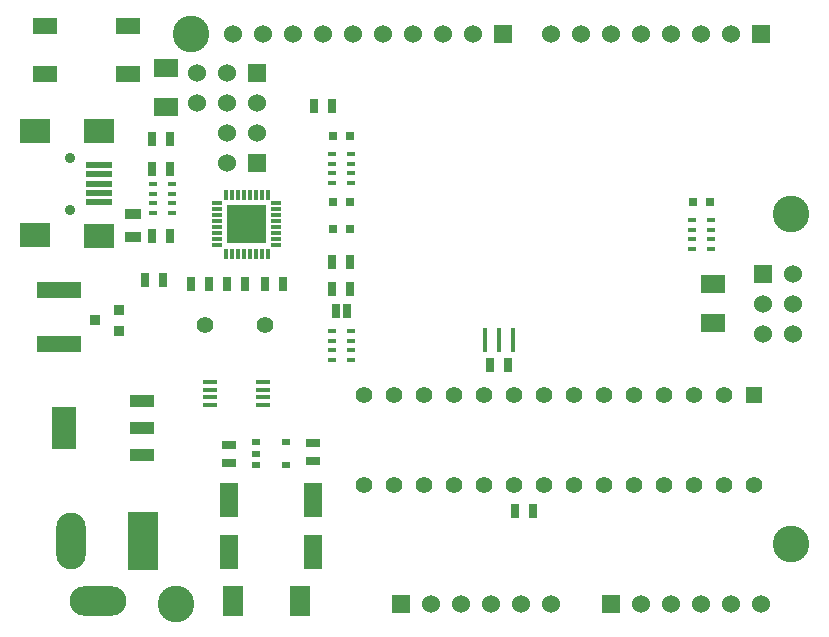
<source format=gts>
G04 (created by PCBNEW (2013-07-24 BZR 4024)-stable) date Tue 30 Jun 2015 02:25:37 PM NZST*
%MOIN*%
G04 Gerber Fmt 3.4, Leading zero omitted, Abs format*
%FSLAX34Y34*%
G01*
G70*
G90*
G04 APERTURE LIST*
%ADD10C,0.00590551*%
%ADD11R,0.06X0.06*%
%ADD12C,0.06*%
%ADD13C,0.0354*%
%ADD14R,0.0984X0.0787*%
%ADD15R,0.0906X0.0197*%
%ADD16R,0.0787402X0.0551181*%
%ADD17R,0.03X0.02*%
%ADD18R,0.08X0.144*%
%ADD19R,0.08X0.04*%
%ADD20R,0.15X0.055*%
%ADD21R,0.08X0.06*%
%ADD22R,0.025X0.045*%
%ADD23R,0.045X0.025*%
%ADD24R,0.0314X0.0314*%
%ADD25C,0.056*%
%ADD26R,0.07X0.1*%
%ADD27C,0.055*%
%ADD28R,0.055X0.055*%
%ADD29R,0.015748X0.0787402*%
%ADD30R,0.063X0.1181*%
%ADD31R,0.05X0.016*%
%ADD32R,0.055X0.035*%
%ADD33R,0.036X0.036*%
%ADD34O,0.0984252X0.189*%
%ADD35R,0.0984252X0.19685*%
%ADD36O,0.189X0.0984252*%
%ADD37R,0.037874X0.017874*%
%ADD38R,0.017874X0.037874*%
%ADD39R,0.0708661X0.0708661*%
%ADD40C,0.122*%
%ADD41R,0.0314961X0.0177165*%
G04 APERTURE END LIST*
G54D10*
G54D11*
X18200Y-12300D03*
G54D12*
X18200Y-13300D03*
X17200Y-12300D03*
X17200Y-13300D03*
X16200Y-12300D03*
X16200Y-13300D03*
G54D13*
X11950Y-16866D03*
X11950Y-15134D03*
G54D14*
X10769Y-17732D03*
X10769Y-14248D03*
X12934Y-17752D03*
X12934Y-14248D03*
G54D15*
X12934Y-16000D03*
X12934Y-15685D03*
X12934Y-15370D03*
X12934Y-16315D03*
X12934Y-16630D03*
G54D16*
X13877Y-12337D03*
X13877Y-10762D03*
X11122Y-10762D03*
X11122Y-12337D03*
G54D17*
X18150Y-24625D03*
X18150Y-25375D03*
X19150Y-24625D03*
X18150Y-25000D03*
X19150Y-25375D03*
G54D18*
X11750Y-24150D03*
G54D19*
X14350Y-24150D03*
X14350Y-23250D03*
X14350Y-25050D03*
G54D20*
X11600Y-19550D03*
X11600Y-21350D03*
G54D21*
X33400Y-19350D03*
X33400Y-20650D03*
X15150Y-13450D03*
X15150Y-12150D03*
G54D22*
X20700Y-19500D03*
X21300Y-19500D03*
X20700Y-18600D03*
X21300Y-18600D03*
X15300Y-14500D03*
X14700Y-14500D03*
G54D23*
X17250Y-25300D03*
X17250Y-24700D03*
G54D22*
X18450Y-19350D03*
X19050Y-19350D03*
G54D23*
X20050Y-24650D03*
X20050Y-25250D03*
G54D22*
X14450Y-19200D03*
X15050Y-19200D03*
X26800Y-26900D03*
X27400Y-26900D03*
X16600Y-19350D03*
X16000Y-19350D03*
X15300Y-15500D03*
X14700Y-15500D03*
X15300Y-17750D03*
X14700Y-17750D03*
X25950Y-22050D03*
X26550Y-22050D03*
G54D11*
X18200Y-15300D03*
G54D12*
X17200Y-15300D03*
X18200Y-14300D03*
X17200Y-14300D03*
G54D24*
X21295Y-16600D03*
X20705Y-16600D03*
X20705Y-14400D03*
X21295Y-14400D03*
X21295Y-17500D03*
X20705Y-17500D03*
X32705Y-16600D03*
X33295Y-16600D03*
G54D22*
X20812Y-20250D03*
X21187Y-20250D03*
G54D25*
X16450Y-20700D03*
X18450Y-20700D03*
G54D26*
X17370Y-29900D03*
X19630Y-29900D03*
G54D27*
X33750Y-23050D03*
X32750Y-23050D03*
X31750Y-23050D03*
X30750Y-23050D03*
X29750Y-23050D03*
X28750Y-23050D03*
X27750Y-23050D03*
X26750Y-23050D03*
X25750Y-23050D03*
X24750Y-23050D03*
X23750Y-23050D03*
X22750Y-23050D03*
X21750Y-23050D03*
G54D28*
X34750Y-23050D03*
G54D27*
X21750Y-26050D03*
X22750Y-26050D03*
X23750Y-26050D03*
X24750Y-26050D03*
X25750Y-26050D03*
X26750Y-26050D03*
X27750Y-26050D03*
X28750Y-26050D03*
X29750Y-26050D03*
X30750Y-26050D03*
X31750Y-26050D03*
X32750Y-26050D03*
X33750Y-26050D03*
X34750Y-26050D03*
G54D29*
X26250Y-21200D03*
X26722Y-21200D03*
X25777Y-21200D03*
G54D30*
X17250Y-26534D03*
X17250Y-28266D03*
X20050Y-26534D03*
X20050Y-28266D03*
G54D31*
X18375Y-23385D03*
X18375Y-23130D03*
X18375Y-22870D03*
X18375Y-22615D03*
X16625Y-22615D03*
X16625Y-22870D03*
X16625Y-23130D03*
X16625Y-23385D03*
G54D32*
X14050Y-17775D03*
X14050Y-17025D03*
G54D22*
X17800Y-19350D03*
X17200Y-19350D03*
G54D33*
X13600Y-20200D03*
X13600Y-20900D03*
X12800Y-20550D03*
G54D22*
X20100Y-13400D03*
X20700Y-13400D03*
G54D11*
X35000Y-11000D03*
G54D12*
X34000Y-11000D03*
X33000Y-11000D03*
X32000Y-11000D03*
X31000Y-11000D03*
X30000Y-11000D03*
X29000Y-11000D03*
X28000Y-11000D03*
G54D11*
X30000Y-30000D03*
G54D12*
X31000Y-30000D03*
X32000Y-30000D03*
X33000Y-30000D03*
X34000Y-30000D03*
X35000Y-30000D03*
G54D11*
X26400Y-11000D03*
G54D12*
X25400Y-11000D03*
X24400Y-11000D03*
X23400Y-11000D03*
X22400Y-11000D03*
X21400Y-11000D03*
X20400Y-11000D03*
X19400Y-11000D03*
X18400Y-11000D03*
X17400Y-11000D03*
G54D11*
X35050Y-19000D03*
G54D12*
X36050Y-19000D03*
X35050Y-20000D03*
X36050Y-20000D03*
X35050Y-21000D03*
X36050Y-21000D03*
G54D34*
X12000Y-27900D03*
G54D35*
X14400Y-27900D03*
G54D36*
X12900Y-29900D03*
G54D37*
X16866Y-17842D03*
X16866Y-17645D03*
X16866Y-17448D03*
X16866Y-18039D03*
G54D38*
X17161Y-18334D03*
X17358Y-18334D03*
X17555Y-18334D03*
X17752Y-18334D03*
X17948Y-18334D03*
X18145Y-18334D03*
X18342Y-18334D03*
X18539Y-18334D03*
G54D37*
X18834Y-16661D03*
X18834Y-18039D03*
X18834Y-17842D03*
X18834Y-17645D03*
X18834Y-17448D03*
X18834Y-17252D03*
X18834Y-17055D03*
X18834Y-16858D03*
G54D38*
X18539Y-16366D03*
X18342Y-16366D03*
X18145Y-16366D03*
X17948Y-16366D03*
X17752Y-16366D03*
X17555Y-16366D03*
X17358Y-16366D03*
X17161Y-16366D03*
G54D37*
X16866Y-16661D03*
X16866Y-16858D03*
X16866Y-17055D03*
X16866Y-17252D03*
G54D39*
X17535Y-17664D03*
X17535Y-17035D03*
X18164Y-17664D03*
X18164Y-17035D03*
G54D11*
X23000Y-30000D03*
G54D12*
X24000Y-30000D03*
X25000Y-30000D03*
X26000Y-30000D03*
X27000Y-30000D03*
X28000Y-30000D03*
G54D40*
X16000Y-11000D03*
X15500Y-30000D03*
X36000Y-28000D03*
X36000Y-17000D03*
G54D41*
X20685Y-21872D03*
X20685Y-20927D03*
X20685Y-21557D03*
X20685Y-21242D03*
X21314Y-21872D03*
X21314Y-20927D03*
X21314Y-21557D03*
X21314Y-21242D03*
X21314Y-15027D03*
X21314Y-15972D03*
X21314Y-15342D03*
X21314Y-15657D03*
X20685Y-15027D03*
X20685Y-15972D03*
X20685Y-15342D03*
X20685Y-15657D03*
X14735Y-16972D03*
X14735Y-16027D03*
X14735Y-16657D03*
X14735Y-16342D03*
X15364Y-16972D03*
X15364Y-16027D03*
X15364Y-16657D03*
X15364Y-16342D03*
X32685Y-18172D03*
X32685Y-17227D03*
X32685Y-17857D03*
X32685Y-17542D03*
X33314Y-18172D03*
X33314Y-17227D03*
X33314Y-17857D03*
X33314Y-17542D03*
M02*

</source>
